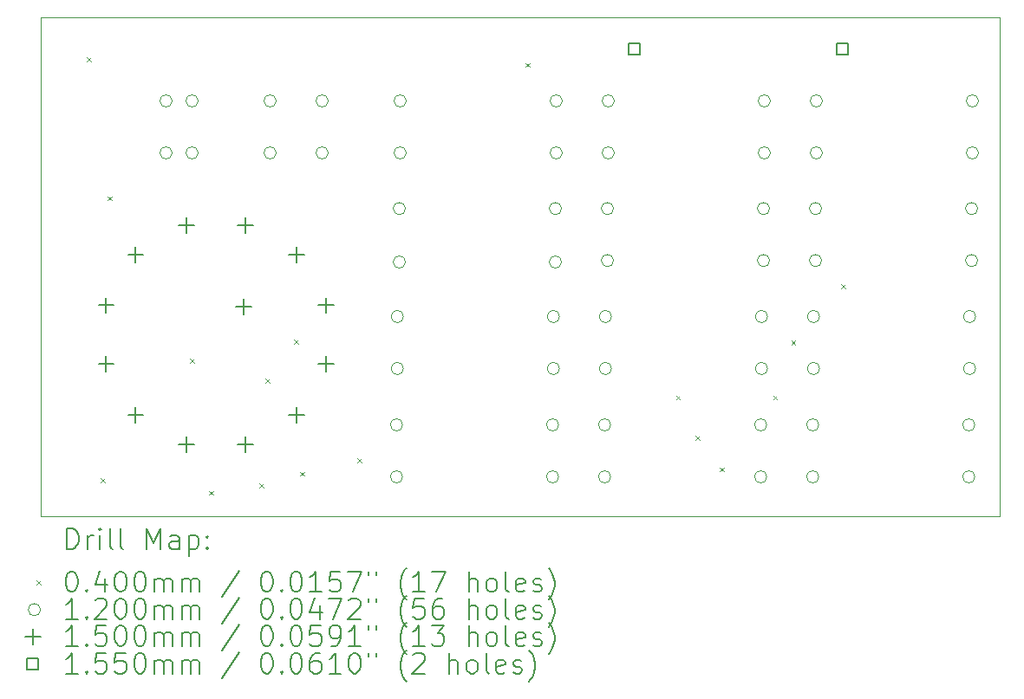
<source format=gbr>
%FSLAX45Y45*%
G04 Gerber Fmt 4.5, Leading zero omitted, Abs format (unit mm)*
G04 Created by KiCad (PCBNEW (6.0.5-0)) date 2022-06-18 11:46:54*
%MOMM*%
%LPD*%
G01*
G04 APERTURE LIST*
%TA.AperFunction,Profile*%
%ADD10C,0.100000*%
%TD*%
%ADD11C,0.200000*%
%ADD12C,0.040000*%
%ADD13C,0.120000*%
%ADD14C,0.150000*%
%ADD15C,0.155000*%
G04 APERTURE END LIST*
D10*
X1573859Y-1721605D02*
X10932936Y-1721605D01*
X10932936Y-1721605D02*
X10932936Y-6604602D01*
X10932936Y-6604602D02*
X1573859Y-6604602D01*
X1573859Y-6604602D02*
X1573859Y-1721605D01*
D11*
D12*
X2018464Y-2112177D02*
X2058464Y-2152177D01*
X2058464Y-2112177D02*
X2018464Y-2152177D01*
X2154500Y-6227284D02*
X2194500Y-6267284D01*
X2194500Y-6227284D02*
X2154500Y-6267284D01*
X2222519Y-3472543D02*
X2262519Y-3512543D01*
X2262519Y-3472543D02*
X2222519Y-3512543D01*
X3028000Y-5060000D02*
X3068000Y-5100000D01*
X3068000Y-5060000D02*
X3028000Y-5100000D01*
X3215625Y-6350861D02*
X3255625Y-6390861D01*
X3255625Y-6350861D02*
X3215625Y-6390861D01*
X3708535Y-6282401D02*
X3748535Y-6322401D01*
X3748535Y-6282401D02*
X3708535Y-6322401D01*
X3763302Y-5255507D02*
X3803302Y-5295507D01*
X3803302Y-5255507D02*
X3763302Y-5295507D01*
X4044000Y-4873363D02*
X4084000Y-4913363D01*
X4084000Y-4873363D02*
X4044000Y-4913363D01*
X4105600Y-6166020D02*
X4145600Y-6206020D01*
X4145600Y-6166020D02*
X4105600Y-6206020D01*
X4660124Y-6035946D02*
X4700124Y-6075946D01*
X4700124Y-6035946D02*
X4660124Y-6075946D01*
X6305944Y-2169172D02*
X6345944Y-2209172D01*
X6345944Y-2169172D02*
X6305944Y-2209172D01*
X7773869Y-5420648D02*
X7813869Y-5460648D01*
X7813869Y-5420648D02*
X7773869Y-5460648D01*
X7961816Y-5813012D02*
X8001816Y-5853012D01*
X8001816Y-5813012D02*
X7961816Y-5853012D01*
X8204370Y-6122388D02*
X8244370Y-6162388D01*
X8244370Y-6122388D02*
X8204370Y-6162388D01*
X8722648Y-5420648D02*
X8762648Y-5460648D01*
X8762648Y-5420648D02*
X8722648Y-5460648D01*
X8900165Y-4883737D02*
X8940165Y-4923737D01*
X8940165Y-4883737D02*
X8900165Y-4923737D01*
X9388947Y-4331003D02*
X9428947Y-4371003D01*
X9428947Y-4331003D02*
X9388947Y-4371003D01*
D13*
X2854000Y-2540000D02*
G75*
G03*
X2854000Y-2540000I-60000J0D01*
G01*
X2854000Y-3048000D02*
G75*
G03*
X2854000Y-3048000I-60000J0D01*
G01*
X3108000Y-2540000D02*
G75*
G03*
X3108000Y-2540000I-60000J0D01*
G01*
X3108000Y-3048000D02*
G75*
G03*
X3108000Y-3048000I-60000J0D01*
G01*
X3870000Y-2540000D02*
G75*
G03*
X3870000Y-2540000I-60000J0D01*
G01*
X3870000Y-3048000D02*
G75*
G03*
X3870000Y-3048000I-60000J0D01*
G01*
X4378000Y-2540000D02*
G75*
G03*
X4378000Y-2540000I-60000J0D01*
G01*
X4378000Y-3048000D02*
G75*
G03*
X4378000Y-3048000I-60000J0D01*
G01*
X5104616Y-5706992D02*
G75*
G03*
X5104616Y-5706992I-60000J0D01*
G01*
X5104616Y-6214992D02*
G75*
G03*
X5104616Y-6214992I-60000J0D01*
G01*
X5112537Y-4648458D02*
G75*
G03*
X5112537Y-4648458I-60000J0D01*
G01*
X5112537Y-5156458D02*
G75*
G03*
X5112537Y-5156458I-60000J0D01*
G01*
X5132513Y-3592721D02*
G75*
G03*
X5132513Y-3592721I-60000J0D01*
G01*
X5132513Y-4114721D02*
G75*
G03*
X5132513Y-4114721I-60000J0D01*
G01*
X5140000Y-2540000D02*
G75*
G03*
X5140000Y-2540000I-60000J0D01*
G01*
X5140000Y-3048000D02*
G75*
G03*
X5140000Y-3048000I-60000J0D01*
G01*
X6628616Y-5706992D02*
G75*
G03*
X6628616Y-5706992I-60000J0D01*
G01*
X6628616Y-6214992D02*
G75*
G03*
X6628616Y-6214992I-60000J0D01*
G01*
X6636537Y-4648458D02*
G75*
G03*
X6636537Y-4648458I-60000J0D01*
G01*
X6636537Y-5156458D02*
G75*
G03*
X6636537Y-5156458I-60000J0D01*
G01*
X6656513Y-3592721D02*
G75*
G03*
X6656513Y-3592721I-60000J0D01*
G01*
X6656513Y-4114721D02*
G75*
G03*
X6656513Y-4114721I-60000J0D01*
G01*
X6664000Y-2540000D02*
G75*
G03*
X6664000Y-2540000I-60000J0D01*
G01*
X6664000Y-3048000D02*
G75*
G03*
X6664000Y-3048000I-60000J0D01*
G01*
X7136616Y-5706992D02*
G75*
G03*
X7136616Y-5706992I-60000J0D01*
G01*
X7136616Y-6214992D02*
G75*
G03*
X7136616Y-6214992I-60000J0D01*
G01*
X7144537Y-4648458D02*
G75*
G03*
X7144537Y-4648458I-60000J0D01*
G01*
X7144537Y-5156458D02*
G75*
G03*
X7144537Y-5156458I-60000J0D01*
G01*
X7164513Y-3592721D02*
G75*
G03*
X7164513Y-3592721I-60000J0D01*
G01*
X7164513Y-4100721D02*
G75*
G03*
X7164513Y-4100721I-60000J0D01*
G01*
X7172000Y-2540000D02*
G75*
G03*
X7172000Y-2540000I-60000J0D01*
G01*
X7172000Y-3048000D02*
G75*
G03*
X7172000Y-3048000I-60000J0D01*
G01*
X8660616Y-5706992D02*
G75*
G03*
X8660616Y-5706992I-60000J0D01*
G01*
X8660616Y-6214992D02*
G75*
G03*
X8660616Y-6214992I-60000J0D01*
G01*
X8668537Y-4648458D02*
G75*
G03*
X8668537Y-4648458I-60000J0D01*
G01*
X8668537Y-5156458D02*
G75*
G03*
X8668537Y-5156458I-60000J0D01*
G01*
X8688513Y-3592721D02*
G75*
G03*
X8688513Y-3592721I-60000J0D01*
G01*
X8688513Y-4100721D02*
G75*
G03*
X8688513Y-4100721I-60000J0D01*
G01*
X8696000Y-2540000D02*
G75*
G03*
X8696000Y-2540000I-60000J0D01*
G01*
X8696000Y-3048000D02*
G75*
G03*
X8696000Y-3048000I-60000J0D01*
G01*
X9168616Y-5706992D02*
G75*
G03*
X9168616Y-5706992I-60000J0D01*
G01*
X9168616Y-6214992D02*
G75*
G03*
X9168616Y-6214992I-60000J0D01*
G01*
X9176537Y-4648458D02*
G75*
G03*
X9176537Y-4648458I-60000J0D01*
G01*
X9176537Y-5156458D02*
G75*
G03*
X9176537Y-5156458I-60000J0D01*
G01*
X9196513Y-3592721D02*
G75*
G03*
X9196513Y-3592721I-60000J0D01*
G01*
X9196513Y-4100721D02*
G75*
G03*
X9196513Y-4100721I-60000J0D01*
G01*
X9204000Y-2540000D02*
G75*
G03*
X9204000Y-2540000I-60000J0D01*
G01*
X9204000Y-3048000D02*
G75*
G03*
X9204000Y-3048000I-60000J0D01*
G01*
X10692616Y-5706992D02*
G75*
G03*
X10692616Y-5706992I-60000J0D01*
G01*
X10692616Y-6214992D02*
G75*
G03*
X10692616Y-6214992I-60000J0D01*
G01*
X10700537Y-4648458D02*
G75*
G03*
X10700537Y-4648458I-60000J0D01*
G01*
X10700537Y-5156458D02*
G75*
G03*
X10700537Y-5156458I-60000J0D01*
G01*
X10720513Y-3592721D02*
G75*
G03*
X10720513Y-3592721I-60000J0D01*
G01*
X10720513Y-4100721D02*
G75*
G03*
X10720513Y-4100721I-60000J0D01*
G01*
X10728000Y-2540000D02*
G75*
G03*
X10728000Y-2540000I-60000J0D01*
G01*
X10728000Y-3048000D02*
G75*
G03*
X10728000Y-3048000I-60000J0D01*
G01*
D14*
X2209846Y-4463711D02*
X2209846Y-4613711D01*
X2134846Y-4538711D02*
X2284846Y-4538711D01*
X2209846Y-5038289D02*
X2209846Y-5188289D01*
X2134846Y-5113289D02*
X2284846Y-5113289D01*
X2497135Y-3966111D02*
X2497135Y-4116111D01*
X2422135Y-4041111D02*
X2572135Y-4041111D01*
X2497135Y-5535889D02*
X2497135Y-5685888D01*
X2422135Y-5610888D02*
X2572135Y-5610888D01*
X2994735Y-3678822D02*
X2994735Y-3828822D01*
X2919735Y-3753822D02*
X3069735Y-3753822D01*
X2994735Y-5823178D02*
X2994735Y-5973178D01*
X2919735Y-5898178D02*
X3069735Y-5898178D01*
X3554260Y-4478764D02*
X3554260Y-4628764D01*
X3479260Y-4553764D02*
X3629260Y-4553764D01*
X3569313Y-3678822D02*
X3569313Y-3828822D01*
X3494313Y-3753822D02*
X3644313Y-3753822D01*
X3569313Y-5823178D02*
X3569313Y-5973178D01*
X3494313Y-5898178D02*
X3644313Y-5898178D01*
X4066912Y-3966111D02*
X4066912Y-4116111D01*
X3991912Y-4041111D02*
X4141912Y-4041111D01*
X4066912Y-5535889D02*
X4066912Y-5685888D01*
X3991912Y-5610888D02*
X4141912Y-5610888D01*
X4354202Y-4463711D02*
X4354202Y-4613711D01*
X4279202Y-4538711D02*
X4429202Y-4538711D01*
X4354202Y-5038289D02*
X4354202Y-5188289D01*
X4279202Y-5113289D02*
X4429202Y-5113289D01*
D15*
X7420801Y-2086801D02*
X7420801Y-1977199D01*
X7311199Y-1977199D01*
X7311199Y-2086801D01*
X7420801Y-2086801D01*
X9452801Y-2086801D02*
X9452801Y-1977199D01*
X9343199Y-1977199D01*
X9343199Y-2086801D01*
X9452801Y-2086801D01*
D11*
X1826478Y-6920078D02*
X1826478Y-6720078D01*
X1874097Y-6720078D01*
X1902668Y-6729602D01*
X1921716Y-6748649D01*
X1931240Y-6767697D01*
X1940763Y-6805792D01*
X1940763Y-6834364D01*
X1931240Y-6872459D01*
X1921716Y-6891506D01*
X1902668Y-6910554D01*
X1874097Y-6920078D01*
X1826478Y-6920078D01*
X2026478Y-6920078D02*
X2026478Y-6786744D01*
X2026478Y-6824840D02*
X2036002Y-6805792D01*
X2045525Y-6796268D01*
X2064573Y-6786744D01*
X2083621Y-6786744D01*
X2150287Y-6920078D02*
X2150287Y-6786744D01*
X2150287Y-6720078D02*
X2140764Y-6729602D01*
X2150287Y-6739125D01*
X2159811Y-6729602D01*
X2150287Y-6720078D01*
X2150287Y-6739125D01*
X2274097Y-6920078D02*
X2255049Y-6910554D01*
X2245525Y-6891506D01*
X2245525Y-6720078D01*
X2378859Y-6920078D02*
X2359811Y-6910554D01*
X2350287Y-6891506D01*
X2350287Y-6720078D01*
X2607430Y-6920078D02*
X2607430Y-6720078D01*
X2674097Y-6862935D01*
X2740764Y-6720078D01*
X2740764Y-6920078D01*
X2921716Y-6920078D02*
X2921716Y-6815316D01*
X2912192Y-6796268D01*
X2893144Y-6786744D01*
X2855049Y-6786744D01*
X2836002Y-6796268D01*
X2921716Y-6910554D02*
X2902668Y-6920078D01*
X2855049Y-6920078D01*
X2836002Y-6910554D01*
X2826478Y-6891506D01*
X2826478Y-6872459D01*
X2836002Y-6853411D01*
X2855049Y-6843887D01*
X2902668Y-6843887D01*
X2921716Y-6834364D01*
X3016954Y-6786744D02*
X3016954Y-6986744D01*
X3016954Y-6796268D02*
X3036002Y-6786744D01*
X3074097Y-6786744D01*
X3093144Y-6796268D01*
X3102668Y-6805792D01*
X3112192Y-6824840D01*
X3112192Y-6881983D01*
X3102668Y-6901030D01*
X3093144Y-6910554D01*
X3074097Y-6920078D01*
X3036002Y-6920078D01*
X3016954Y-6910554D01*
X3197906Y-6901030D02*
X3207430Y-6910554D01*
X3197906Y-6920078D01*
X3188383Y-6910554D01*
X3197906Y-6901030D01*
X3197906Y-6920078D01*
X3197906Y-6796268D02*
X3207430Y-6805792D01*
X3197906Y-6815316D01*
X3188383Y-6805792D01*
X3197906Y-6796268D01*
X3197906Y-6815316D01*
D12*
X1528859Y-7229602D02*
X1568859Y-7269602D01*
X1568859Y-7229602D02*
X1528859Y-7269602D01*
D11*
X1864573Y-7140078D02*
X1883621Y-7140078D01*
X1902668Y-7149602D01*
X1912192Y-7159125D01*
X1921716Y-7178173D01*
X1931240Y-7216268D01*
X1931240Y-7263887D01*
X1921716Y-7301983D01*
X1912192Y-7321030D01*
X1902668Y-7330554D01*
X1883621Y-7340078D01*
X1864573Y-7340078D01*
X1845525Y-7330554D01*
X1836002Y-7321030D01*
X1826478Y-7301983D01*
X1816954Y-7263887D01*
X1816954Y-7216268D01*
X1826478Y-7178173D01*
X1836002Y-7159125D01*
X1845525Y-7149602D01*
X1864573Y-7140078D01*
X2016954Y-7321030D02*
X2026478Y-7330554D01*
X2016954Y-7340078D01*
X2007430Y-7330554D01*
X2016954Y-7321030D01*
X2016954Y-7340078D01*
X2197906Y-7206744D02*
X2197906Y-7340078D01*
X2150287Y-7130554D02*
X2102668Y-7273411D01*
X2226478Y-7273411D01*
X2340764Y-7140078D02*
X2359811Y-7140078D01*
X2378859Y-7149602D01*
X2388383Y-7159125D01*
X2397906Y-7178173D01*
X2407430Y-7216268D01*
X2407430Y-7263887D01*
X2397906Y-7301983D01*
X2388383Y-7321030D01*
X2378859Y-7330554D01*
X2359811Y-7340078D01*
X2340764Y-7340078D01*
X2321716Y-7330554D01*
X2312192Y-7321030D01*
X2302668Y-7301983D01*
X2293145Y-7263887D01*
X2293145Y-7216268D01*
X2302668Y-7178173D01*
X2312192Y-7159125D01*
X2321716Y-7149602D01*
X2340764Y-7140078D01*
X2531240Y-7140078D02*
X2550287Y-7140078D01*
X2569335Y-7149602D01*
X2578859Y-7159125D01*
X2588383Y-7178173D01*
X2597906Y-7216268D01*
X2597906Y-7263887D01*
X2588383Y-7301983D01*
X2578859Y-7321030D01*
X2569335Y-7330554D01*
X2550287Y-7340078D01*
X2531240Y-7340078D01*
X2512192Y-7330554D01*
X2502668Y-7321030D01*
X2493145Y-7301983D01*
X2483621Y-7263887D01*
X2483621Y-7216268D01*
X2493145Y-7178173D01*
X2502668Y-7159125D01*
X2512192Y-7149602D01*
X2531240Y-7140078D01*
X2683621Y-7340078D02*
X2683621Y-7206744D01*
X2683621Y-7225792D02*
X2693145Y-7216268D01*
X2712192Y-7206744D01*
X2740764Y-7206744D01*
X2759811Y-7216268D01*
X2769335Y-7235316D01*
X2769335Y-7340078D01*
X2769335Y-7235316D02*
X2778859Y-7216268D01*
X2797906Y-7206744D01*
X2826478Y-7206744D01*
X2845525Y-7216268D01*
X2855049Y-7235316D01*
X2855049Y-7340078D01*
X2950287Y-7340078D02*
X2950287Y-7206744D01*
X2950287Y-7225792D02*
X2959811Y-7216268D01*
X2978859Y-7206744D01*
X3007430Y-7206744D01*
X3026478Y-7216268D01*
X3036002Y-7235316D01*
X3036002Y-7340078D01*
X3036002Y-7235316D02*
X3045525Y-7216268D01*
X3064573Y-7206744D01*
X3093144Y-7206744D01*
X3112192Y-7216268D01*
X3121716Y-7235316D01*
X3121716Y-7340078D01*
X3512192Y-7130554D02*
X3340763Y-7387697D01*
X3769335Y-7140078D02*
X3788383Y-7140078D01*
X3807430Y-7149602D01*
X3816954Y-7159125D01*
X3826478Y-7178173D01*
X3836002Y-7216268D01*
X3836002Y-7263887D01*
X3826478Y-7301983D01*
X3816954Y-7321030D01*
X3807430Y-7330554D01*
X3788383Y-7340078D01*
X3769335Y-7340078D01*
X3750287Y-7330554D01*
X3740763Y-7321030D01*
X3731240Y-7301983D01*
X3721716Y-7263887D01*
X3721716Y-7216268D01*
X3731240Y-7178173D01*
X3740763Y-7159125D01*
X3750287Y-7149602D01*
X3769335Y-7140078D01*
X3921716Y-7321030D02*
X3931240Y-7330554D01*
X3921716Y-7340078D01*
X3912192Y-7330554D01*
X3921716Y-7321030D01*
X3921716Y-7340078D01*
X4055049Y-7140078D02*
X4074097Y-7140078D01*
X4093144Y-7149602D01*
X4102668Y-7159125D01*
X4112192Y-7178173D01*
X4121716Y-7216268D01*
X4121716Y-7263887D01*
X4112192Y-7301983D01*
X4102668Y-7321030D01*
X4093144Y-7330554D01*
X4074097Y-7340078D01*
X4055049Y-7340078D01*
X4036002Y-7330554D01*
X4026478Y-7321030D01*
X4016954Y-7301983D01*
X4007430Y-7263887D01*
X4007430Y-7216268D01*
X4016954Y-7178173D01*
X4026478Y-7159125D01*
X4036002Y-7149602D01*
X4055049Y-7140078D01*
X4312192Y-7340078D02*
X4197906Y-7340078D01*
X4255049Y-7340078D02*
X4255049Y-7140078D01*
X4236002Y-7168649D01*
X4216954Y-7187697D01*
X4197906Y-7197221D01*
X4493145Y-7140078D02*
X4397906Y-7140078D01*
X4388383Y-7235316D01*
X4397906Y-7225792D01*
X4416954Y-7216268D01*
X4464573Y-7216268D01*
X4483621Y-7225792D01*
X4493145Y-7235316D01*
X4502668Y-7254364D01*
X4502668Y-7301983D01*
X4493145Y-7321030D01*
X4483621Y-7330554D01*
X4464573Y-7340078D01*
X4416954Y-7340078D01*
X4397906Y-7330554D01*
X4388383Y-7321030D01*
X4569335Y-7140078D02*
X4702668Y-7140078D01*
X4616954Y-7340078D01*
X4769335Y-7140078D02*
X4769335Y-7178173D01*
X4845525Y-7140078D02*
X4845525Y-7178173D01*
X5140764Y-7416268D02*
X5131240Y-7406744D01*
X5112192Y-7378173D01*
X5102668Y-7359125D01*
X5093145Y-7330554D01*
X5083621Y-7282935D01*
X5083621Y-7244840D01*
X5093145Y-7197221D01*
X5102668Y-7168649D01*
X5112192Y-7149602D01*
X5131240Y-7121030D01*
X5140764Y-7111506D01*
X5321716Y-7340078D02*
X5207430Y-7340078D01*
X5264573Y-7340078D02*
X5264573Y-7140078D01*
X5245525Y-7168649D01*
X5226478Y-7187697D01*
X5207430Y-7197221D01*
X5388383Y-7140078D02*
X5521716Y-7140078D01*
X5436002Y-7340078D01*
X5750287Y-7340078D02*
X5750287Y-7140078D01*
X5836002Y-7340078D02*
X5836002Y-7235316D01*
X5826478Y-7216268D01*
X5807430Y-7206744D01*
X5778859Y-7206744D01*
X5759811Y-7216268D01*
X5750287Y-7225792D01*
X5959811Y-7340078D02*
X5940763Y-7330554D01*
X5931240Y-7321030D01*
X5921716Y-7301983D01*
X5921716Y-7244840D01*
X5931240Y-7225792D01*
X5940763Y-7216268D01*
X5959811Y-7206744D01*
X5988383Y-7206744D01*
X6007430Y-7216268D01*
X6016954Y-7225792D01*
X6026478Y-7244840D01*
X6026478Y-7301983D01*
X6016954Y-7321030D01*
X6007430Y-7330554D01*
X5988383Y-7340078D01*
X5959811Y-7340078D01*
X6140763Y-7340078D02*
X6121716Y-7330554D01*
X6112192Y-7311506D01*
X6112192Y-7140078D01*
X6293144Y-7330554D02*
X6274097Y-7340078D01*
X6236002Y-7340078D01*
X6216954Y-7330554D01*
X6207430Y-7311506D01*
X6207430Y-7235316D01*
X6216954Y-7216268D01*
X6236002Y-7206744D01*
X6274097Y-7206744D01*
X6293144Y-7216268D01*
X6302668Y-7235316D01*
X6302668Y-7254364D01*
X6207430Y-7273411D01*
X6378859Y-7330554D02*
X6397906Y-7340078D01*
X6436002Y-7340078D01*
X6455049Y-7330554D01*
X6464573Y-7311506D01*
X6464573Y-7301983D01*
X6455049Y-7282935D01*
X6436002Y-7273411D01*
X6407430Y-7273411D01*
X6388383Y-7263887D01*
X6378859Y-7244840D01*
X6378859Y-7235316D01*
X6388383Y-7216268D01*
X6407430Y-7206744D01*
X6436002Y-7206744D01*
X6455049Y-7216268D01*
X6531240Y-7416268D02*
X6540763Y-7406744D01*
X6559811Y-7378173D01*
X6569335Y-7359125D01*
X6578859Y-7330554D01*
X6588383Y-7282935D01*
X6588383Y-7244840D01*
X6578859Y-7197221D01*
X6569335Y-7168649D01*
X6559811Y-7149602D01*
X6540763Y-7121030D01*
X6531240Y-7111506D01*
D13*
X1568859Y-7513602D02*
G75*
G03*
X1568859Y-7513602I-60000J0D01*
G01*
D11*
X1931240Y-7604078D02*
X1816954Y-7604078D01*
X1874097Y-7604078D02*
X1874097Y-7404078D01*
X1855049Y-7432649D01*
X1836002Y-7451697D01*
X1816954Y-7461221D01*
X2016954Y-7585030D02*
X2026478Y-7594554D01*
X2016954Y-7604078D01*
X2007430Y-7594554D01*
X2016954Y-7585030D01*
X2016954Y-7604078D01*
X2102668Y-7423125D02*
X2112192Y-7413602D01*
X2131240Y-7404078D01*
X2178859Y-7404078D01*
X2197906Y-7413602D01*
X2207430Y-7423125D01*
X2216954Y-7442173D01*
X2216954Y-7461221D01*
X2207430Y-7489792D01*
X2093144Y-7604078D01*
X2216954Y-7604078D01*
X2340764Y-7404078D02*
X2359811Y-7404078D01*
X2378859Y-7413602D01*
X2388383Y-7423125D01*
X2397906Y-7442173D01*
X2407430Y-7480268D01*
X2407430Y-7527887D01*
X2397906Y-7565983D01*
X2388383Y-7585030D01*
X2378859Y-7594554D01*
X2359811Y-7604078D01*
X2340764Y-7604078D01*
X2321716Y-7594554D01*
X2312192Y-7585030D01*
X2302668Y-7565983D01*
X2293145Y-7527887D01*
X2293145Y-7480268D01*
X2302668Y-7442173D01*
X2312192Y-7423125D01*
X2321716Y-7413602D01*
X2340764Y-7404078D01*
X2531240Y-7404078D02*
X2550287Y-7404078D01*
X2569335Y-7413602D01*
X2578859Y-7423125D01*
X2588383Y-7442173D01*
X2597906Y-7480268D01*
X2597906Y-7527887D01*
X2588383Y-7565983D01*
X2578859Y-7585030D01*
X2569335Y-7594554D01*
X2550287Y-7604078D01*
X2531240Y-7604078D01*
X2512192Y-7594554D01*
X2502668Y-7585030D01*
X2493145Y-7565983D01*
X2483621Y-7527887D01*
X2483621Y-7480268D01*
X2493145Y-7442173D01*
X2502668Y-7423125D01*
X2512192Y-7413602D01*
X2531240Y-7404078D01*
X2683621Y-7604078D02*
X2683621Y-7470744D01*
X2683621Y-7489792D02*
X2693145Y-7480268D01*
X2712192Y-7470744D01*
X2740764Y-7470744D01*
X2759811Y-7480268D01*
X2769335Y-7499316D01*
X2769335Y-7604078D01*
X2769335Y-7499316D02*
X2778859Y-7480268D01*
X2797906Y-7470744D01*
X2826478Y-7470744D01*
X2845525Y-7480268D01*
X2855049Y-7499316D01*
X2855049Y-7604078D01*
X2950287Y-7604078D02*
X2950287Y-7470744D01*
X2950287Y-7489792D02*
X2959811Y-7480268D01*
X2978859Y-7470744D01*
X3007430Y-7470744D01*
X3026478Y-7480268D01*
X3036002Y-7499316D01*
X3036002Y-7604078D01*
X3036002Y-7499316D02*
X3045525Y-7480268D01*
X3064573Y-7470744D01*
X3093144Y-7470744D01*
X3112192Y-7480268D01*
X3121716Y-7499316D01*
X3121716Y-7604078D01*
X3512192Y-7394554D02*
X3340763Y-7651697D01*
X3769335Y-7404078D02*
X3788383Y-7404078D01*
X3807430Y-7413602D01*
X3816954Y-7423125D01*
X3826478Y-7442173D01*
X3836002Y-7480268D01*
X3836002Y-7527887D01*
X3826478Y-7565983D01*
X3816954Y-7585030D01*
X3807430Y-7594554D01*
X3788383Y-7604078D01*
X3769335Y-7604078D01*
X3750287Y-7594554D01*
X3740763Y-7585030D01*
X3731240Y-7565983D01*
X3721716Y-7527887D01*
X3721716Y-7480268D01*
X3731240Y-7442173D01*
X3740763Y-7423125D01*
X3750287Y-7413602D01*
X3769335Y-7404078D01*
X3921716Y-7585030D02*
X3931240Y-7594554D01*
X3921716Y-7604078D01*
X3912192Y-7594554D01*
X3921716Y-7585030D01*
X3921716Y-7604078D01*
X4055049Y-7404078D02*
X4074097Y-7404078D01*
X4093144Y-7413602D01*
X4102668Y-7423125D01*
X4112192Y-7442173D01*
X4121716Y-7480268D01*
X4121716Y-7527887D01*
X4112192Y-7565983D01*
X4102668Y-7585030D01*
X4093144Y-7594554D01*
X4074097Y-7604078D01*
X4055049Y-7604078D01*
X4036002Y-7594554D01*
X4026478Y-7585030D01*
X4016954Y-7565983D01*
X4007430Y-7527887D01*
X4007430Y-7480268D01*
X4016954Y-7442173D01*
X4026478Y-7423125D01*
X4036002Y-7413602D01*
X4055049Y-7404078D01*
X4293145Y-7470744D02*
X4293145Y-7604078D01*
X4245525Y-7394554D02*
X4197906Y-7537411D01*
X4321716Y-7537411D01*
X4378859Y-7404078D02*
X4512192Y-7404078D01*
X4426478Y-7604078D01*
X4578859Y-7423125D02*
X4588383Y-7413602D01*
X4607430Y-7404078D01*
X4655049Y-7404078D01*
X4674097Y-7413602D01*
X4683621Y-7423125D01*
X4693145Y-7442173D01*
X4693145Y-7461221D01*
X4683621Y-7489792D01*
X4569335Y-7604078D01*
X4693145Y-7604078D01*
X4769335Y-7404078D02*
X4769335Y-7442173D01*
X4845525Y-7404078D02*
X4845525Y-7442173D01*
X5140764Y-7680268D02*
X5131240Y-7670744D01*
X5112192Y-7642173D01*
X5102668Y-7623125D01*
X5093145Y-7594554D01*
X5083621Y-7546935D01*
X5083621Y-7508840D01*
X5093145Y-7461221D01*
X5102668Y-7432649D01*
X5112192Y-7413602D01*
X5131240Y-7385030D01*
X5140764Y-7375506D01*
X5312192Y-7404078D02*
X5216954Y-7404078D01*
X5207430Y-7499316D01*
X5216954Y-7489792D01*
X5236002Y-7480268D01*
X5283621Y-7480268D01*
X5302668Y-7489792D01*
X5312192Y-7499316D01*
X5321716Y-7518364D01*
X5321716Y-7565983D01*
X5312192Y-7585030D01*
X5302668Y-7594554D01*
X5283621Y-7604078D01*
X5236002Y-7604078D01*
X5216954Y-7594554D01*
X5207430Y-7585030D01*
X5493145Y-7404078D02*
X5455049Y-7404078D01*
X5436002Y-7413602D01*
X5426478Y-7423125D01*
X5407430Y-7451697D01*
X5397906Y-7489792D01*
X5397906Y-7565983D01*
X5407430Y-7585030D01*
X5416954Y-7594554D01*
X5436002Y-7604078D01*
X5474097Y-7604078D01*
X5493145Y-7594554D01*
X5502668Y-7585030D01*
X5512192Y-7565983D01*
X5512192Y-7518364D01*
X5502668Y-7499316D01*
X5493145Y-7489792D01*
X5474097Y-7480268D01*
X5436002Y-7480268D01*
X5416954Y-7489792D01*
X5407430Y-7499316D01*
X5397906Y-7518364D01*
X5750287Y-7604078D02*
X5750287Y-7404078D01*
X5836002Y-7604078D02*
X5836002Y-7499316D01*
X5826478Y-7480268D01*
X5807430Y-7470744D01*
X5778859Y-7470744D01*
X5759811Y-7480268D01*
X5750287Y-7489792D01*
X5959811Y-7604078D02*
X5940763Y-7594554D01*
X5931240Y-7585030D01*
X5921716Y-7565983D01*
X5921716Y-7508840D01*
X5931240Y-7489792D01*
X5940763Y-7480268D01*
X5959811Y-7470744D01*
X5988383Y-7470744D01*
X6007430Y-7480268D01*
X6016954Y-7489792D01*
X6026478Y-7508840D01*
X6026478Y-7565983D01*
X6016954Y-7585030D01*
X6007430Y-7594554D01*
X5988383Y-7604078D01*
X5959811Y-7604078D01*
X6140763Y-7604078D02*
X6121716Y-7594554D01*
X6112192Y-7575506D01*
X6112192Y-7404078D01*
X6293144Y-7594554D02*
X6274097Y-7604078D01*
X6236002Y-7604078D01*
X6216954Y-7594554D01*
X6207430Y-7575506D01*
X6207430Y-7499316D01*
X6216954Y-7480268D01*
X6236002Y-7470744D01*
X6274097Y-7470744D01*
X6293144Y-7480268D01*
X6302668Y-7499316D01*
X6302668Y-7518364D01*
X6207430Y-7537411D01*
X6378859Y-7594554D02*
X6397906Y-7604078D01*
X6436002Y-7604078D01*
X6455049Y-7594554D01*
X6464573Y-7575506D01*
X6464573Y-7565983D01*
X6455049Y-7546935D01*
X6436002Y-7537411D01*
X6407430Y-7537411D01*
X6388383Y-7527887D01*
X6378859Y-7508840D01*
X6378859Y-7499316D01*
X6388383Y-7480268D01*
X6407430Y-7470744D01*
X6436002Y-7470744D01*
X6455049Y-7480268D01*
X6531240Y-7680268D02*
X6540763Y-7670744D01*
X6559811Y-7642173D01*
X6569335Y-7623125D01*
X6578859Y-7594554D01*
X6588383Y-7546935D01*
X6588383Y-7508840D01*
X6578859Y-7461221D01*
X6569335Y-7432649D01*
X6559811Y-7413602D01*
X6540763Y-7385030D01*
X6531240Y-7375506D01*
D14*
X1493859Y-7702602D02*
X1493859Y-7852602D01*
X1418859Y-7777602D02*
X1568859Y-7777602D01*
D11*
X1931240Y-7868078D02*
X1816954Y-7868078D01*
X1874097Y-7868078D02*
X1874097Y-7668078D01*
X1855049Y-7696649D01*
X1836002Y-7715697D01*
X1816954Y-7725221D01*
X2016954Y-7849030D02*
X2026478Y-7858554D01*
X2016954Y-7868078D01*
X2007430Y-7858554D01*
X2016954Y-7849030D01*
X2016954Y-7868078D01*
X2207430Y-7668078D02*
X2112192Y-7668078D01*
X2102668Y-7763316D01*
X2112192Y-7753792D01*
X2131240Y-7744268D01*
X2178859Y-7744268D01*
X2197906Y-7753792D01*
X2207430Y-7763316D01*
X2216954Y-7782364D01*
X2216954Y-7829983D01*
X2207430Y-7849030D01*
X2197906Y-7858554D01*
X2178859Y-7868078D01*
X2131240Y-7868078D01*
X2112192Y-7858554D01*
X2102668Y-7849030D01*
X2340764Y-7668078D02*
X2359811Y-7668078D01*
X2378859Y-7677602D01*
X2388383Y-7687125D01*
X2397906Y-7706173D01*
X2407430Y-7744268D01*
X2407430Y-7791887D01*
X2397906Y-7829983D01*
X2388383Y-7849030D01*
X2378859Y-7858554D01*
X2359811Y-7868078D01*
X2340764Y-7868078D01*
X2321716Y-7858554D01*
X2312192Y-7849030D01*
X2302668Y-7829983D01*
X2293145Y-7791887D01*
X2293145Y-7744268D01*
X2302668Y-7706173D01*
X2312192Y-7687125D01*
X2321716Y-7677602D01*
X2340764Y-7668078D01*
X2531240Y-7668078D02*
X2550287Y-7668078D01*
X2569335Y-7677602D01*
X2578859Y-7687125D01*
X2588383Y-7706173D01*
X2597906Y-7744268D01*
X2597906Y-7791887D01*
X2588383Y-7829983D01*
X2578859Y-7849030D01*
X2569335Y-7858554D01*
X2550287Y-7868078D01*
X2531240Y-7868078D01*
X2512192Y-7858554D01*
X2502668Y-7849030D01*
X2493145Y-7829983D01*
X2483621Y-7791887D01*
X2483621Y-7744268D01*
X2493145Y-7706173D01*
X2502668Y-7687125D01*
X2512192Y-7677602D01*
X2531240Y-7668078D01*
X2683621Y-7868078D02*
X2683621Y-7734744D01*
X2683621Y-7753792D02*
X2693145Y-7744268D01*
X2712192Y-7734744D01*
X2740764Y-7734744D01*
X2759811Y-7744268D01*
X2769335Y-7763316D01*
X2769335Y-7868078D01*
X2769335Y-7763316D02*
X2778859Y-7744268D01*
X2797906Y-7734744D01*
X2826478Y-7734744D01*
X2845525Y-7744268D01*
X2855049Y-7763316D01*
X2855049Y-7868078D01*
X2950287Y-7868078D02*
X2950287Y-7734744D01*
X2950287Y-7753792D02*
X2959811Y-7744268D01*
X2978859Y-7734744D01*
X3007430Y-7734744D01*
X3026478Y-7744268D01*
X3036002Y-7763316D01*
X3036002Y-7868078D01*
X3036002Y-7763316D02*
X3045525Y-7744268D01*
X3064573Y-7734744D01*
X3093144Y-7734744D01*
X3112192Y-7744268D01*
X3121716Y-7763316D01*
X3121716Y-7868078D01*
X3512192Y-7658554D02*
X3340763Y-7915697D01*
X3769335Y-7668078D02*
X3788383Y-7668078D01*
X3807430Y-7677602D01*
X3816954Y-7687125D01*
X3826478Y-7706173D01*
X3836002Y-7744268D01*
X3836002Y-7791887D01*
X3826478Y-7829983D01*
X3816954Y-7849030D01*
X3807430Y-7858554D01*
X3788383Y-7868078D01*
X3769335Y-7868078D01*
X3750287Y-7858554D01*
X3740763Y-7849030D01*
X3731240Y-7829983D01*
X3721716Y-7791887D01*
X3721716Y-7744268D01*
X3731240Y-7706173D01*
X3740763Y-7687125D01*
X3750287Y-7677602D01*
X3769335Y-7668078D01*
X3921716Y-7849030D02*
X3931240Y-7858554D01*
X3921716Y-7868078D01*
X3912192Y-7858554D01*
X3921716Y-7849030D01*
X3921716Y-7868078D01*
X4055049Y-7668078D02*
X4074097Y-7668078D01*
X4093144Y-7677602D01*
X4102668Y-7687125D01*
X4112192Y-7706173D01*
X4121716Y-7744268D01*
X4121716Y-7791887D01*
X4112192Y-7829983D01*
X4102668Y-7849030D01*
X4093144Y-7858554D01*
X4074097Y-7868078D01*
X4055049Y-7868078D01*
X4036002Y-7858554D01*
X4026478Y-7849030D01*
X4016954Y-7829983D01*
X4007430Y-7791887D01*
X4007430Y-7744268D01*
X4016954Y-7706173D01*
X4026478Y-7687125D01*
X4036002Y-7677602D01*
X4055049Y-7668078D01*
X4302668Y-7668078D02*
X4207430Y-7668078D01*
X4197906Y-7763316D01*
X4207430Y-7753792D01*
X4226478Y-7744268D01*
X4274097Y-7744268D01*
X4293145Y-7753792D01*
X4302668Y-7763316D01*
X4312192Y-7782364D01*
X4312192Y-7829983D01*
X4302668Y-7849030D01*
X4293145Y-7858554D01*
X4274097Y-7868078D01*
X4226478Y-7868078D01*
X4207430Y-7858554D01*
X4197906Y-7849030D01*
X4407430Y-7868078D02*
X4445525Y-7868078D01*
X4464573Y-7858554D01*
X4474097Y-7849030D01*
X4493145Y-7820459D01*
X4502668Y-7782364D01*
X4502668Y-7706173D01*
X4493145Y-7687125D01*
X4483621Y-7677602D01*
X4464573Y-7668078D01*
X4426478Y-7668078D01*
X4407430Y-7677602D01*
X4397906Y-7687125D01*
X4388383Y-7706173D01*
X4388383Y-7753792D01*
X4397906Y-7772840D01*
X4407430Y-7782364D01*
X4426478Y-7791887D01*
X4464573Y-7791887D01*
X4483621Y-7782364D01*
X4493145Y-7772840D01*
X4502668Y-7753792D01*
X4693145Y-7868078D02*
X4578859Y-7868078D01*
X4636002Y-7868078D02*
X4636002Y-7668078D01*
X4616954Y-7696649D01*
X4597906Y-7715697D01*
X4578859Y-7725221D01*
X4769335Y-7668078D02*
X4769335Y-7706173D01*
X4845525Y-7668078D02*
X4845525Y-7706173D01*
X5140764Y-7944268D02*
X5131240Y-7934744D01*
X5112192Y-7906173D01*
X5102668Y-7887125D01*
X5093145Y-7858554D01*
X5083621Y-7810935D01*
X5083621Y-7772840D01*
X5093145Y-7725221D01*
X5102668Y-7696649D01*
X5112192Y-7677602D01*
X5131240Y-7649030D01*
X5140764Y-7639506D01*
X5321716Y-7868078D02*
X5207430Y-7868078D01*
X5264573Y-7868078D02*
X5264573Y-7668078D01*
X5245525Y-7696649D01*
X5226478Y-7715697D01*
X5207430Y-7725221D01*
X5388383Y-7668078D02*
X5512192Y-7668078D01*
X5445525Y-7744268D01*
X5474097Y-7744268D01*
X5493145Y-7753792D01*
X5502668Y-7763316D01*
X5512192Y-7782364D01*
X5512192Y-7829983D01*
X5502668Y-7849030D01*
X5493145Y-7858554D01*
X5474097Y-7868078D01*
X5416954Y-7868078D01*
X5397906Y-7858554D01*
X5388383Y-7849030D01*
X5750287Y-7868078D02*
X5750287Y-7668078D01*
X5836002Y-7868078D02*
X5836002Y-7763316D01*
X5826478Y-7744268D01*
X5807430Y-7734744D01*
X5778859Y-7734744D01*
X5759811Y-7744268D01*
X5750287Y-7753792D01*
X5959811Y-7868078D02*
X5940763Y-7858554D01*
X5931240Y-7849030D01*
X5921716Y-7829983D01*
X5921716Y-7772840D01*
X5931240Y-7753792D01*
X5940763Y-7744268D01*
X5959811Y-7734744D01*
X5988383Y-7734744D01*
X6007430Y-7744268D01*
X6016954Y-7753792D01*
X6026478Y-7772840D01*
X6026478Y-7829983D01*
X6016954Y-7849030D01*
X6007430Y-7858554D01*
X5988383Y-7868078D01*
X5959811Y-7868078D01*
X6140763Y-7868078D02*
X6121716Y-7858554D01*
X6112192Y-7839506D01*
X6112192Y-7668078D01*
X6293144Y-7858554D02*
X6274097Y-7868078D01*
X6236002Y-7868078D01*
X6216954Y-7858554D01*
X6207430Y-7839506D01*
X6207430Y-7763316D01*
X6216954Y-7744268D01*
X6236002Y-7734744D01*
X6274097Y-7734744D01*
X6293144Y-7744268D01*
X6302668Y-7763316D01*
X6302668Y-7782364D01*
X6207430Y-7801411D01*
X6378859Y-7858554D02*
X6397906Y-7868078D01*
X6436002Y-7868078D01*
X6455049Y-7858554D01*
X6464573Y-7839506D01*
X6464573Y-7829983D01*
X6455049Y-7810935D01*
X6436002Y-7801411D01*
X6407430Y-7801411D01*
X6388383Y-7791887D01*
X6378859Y-7772840D01*
X6378859Y-7763316D01*
X6388383Y-7744268D01*
X6407430Y-7734744D01*
X6436002Y-7734744D01*
X6455049Y-7744268D01*
X6531240Y-7944268D02*
X6540763Y-7934744D01*
X6559811Y-7906173D01*
X6569335Y-7887125D01*
X6578859Y-7858554D01*
X6588383Y-7810935D01*
X6588383Y-7772840D01*
X6578859Y-7725221D01*
X6569335Y-7696649D01*
X6559811Y-7677602D01*
X6540763Y-7649030D01*
X6531240Y-7639506D01*
D15*
X1546160Y-8102403D02*
X1546160Y-7992800D01*
X1436557Y-7992800D01*
X1436557Y-8102403D01*
X1546160Y-8102403D01*
D11*
X1931240Y-8138078D02*
X1816954Y-8138078D01*
X1874097Y-8138078D02*
X1874097Y-7938078D01*
X1855049Y-7966649D01*
X1836002Y-7985697D01*
X1816954Y-7995221D01*
X2016954Y-8119030D02*
X2026478Y-8128554D01*
X2016954Y-8138078D01*
X2007430Y-8128554D01*
X2016954Y-8119030D01*
X2016954Y-8138078D01*
X2207430Y-7938078D02*
X2112192Y-7938078D01*
X2102668Y-8033316D01*
X2112192Y-8023792D01*
X2131240Y-8014268D01*
X2178859Y-8014268D01*
X2197906Y-8023792D01*
X2207430Y-8033316D01*
X2216954Y-8052364D01*
X2216954Y-8099983D01*
X2207430Y-8119030D01*
X2197906Y-8128554D01*
X2178859Y-8138078D01*
X2131240Y-8138078D01*
X2112192Y-8128554D01*
X2102668Y-8119030D01*
X2397906Y-7938078D02*
X2302668Y-7938078D01*
X2293145Y-8033316D01*
X2302668Y-8023792D01*
X2321716Y-8014268D01*
X2369335Y-8014268D01*
X2388383Y-8023792D01*
X2397906Y-8033316D01*
X2407430Y-8052364D01*
X2407430Y-8099983D01*
X2397906Y-8119030D01*
X2388383Y-8128554D01*
X2369335Y-8138078D01*
X2321716Y-8138078D01*
X2302668Y-8128554D01*
X2293145Y-8119030D01*
X2531240Y-7938078D02*
X2550287Y-7938078D01*
X2569335Y-7947602D01*
X2578859Y-7957125D01*
X2588383Y-7976173D01*
X2597906Y-8014268D01*
X2597906Y-8061887D01*
X2588383Y-8099983D01*
X2578859Y-8119030D01*
X2569335Y-8128554D01*
X2550287Y-8138078D01*
X2531240Y-8138078D01*
X2512192Y-8128554D01*
X2502668Y-8119030D01*
X2493145Y-8099983D01*
X2483621Y-8061887D01*
X2483621Y-8014268D01*
X2493145Y-7976173D01*
X2502668Y-7957125D01*
X2512192Y-7947602D01*
X2531240Y-7938078D01*
X2683621Y-8138078D02*
X2683621Y-8004744D01*
X2683621Y-8023792D02*
X2693145Y-8014268D01*
X2712192Y-8004744D01*
X2740764Y-8004744D01*
X2759811Y-8014268D01*
X2769335Y-8033316D01*
X2769335Y-8138078D01*
X2769335Y-8033316D02*
X2778859Y-8014268D01*
X2797906Y-8004744D01*
X2826478Y-8004744D01*
X2845525Y-8014268D01*
X2855049Y-8033316D01*
X2855049Y-8138078D01*
X2950287Y-8138078D02*
X2950287Y-8004744D01*
X2950287Y-8023792D02*
X2959811Y-8014268D01*
X2978859Y-8004744D01*
X3007430Y-8004744D01*
X3026478Y-8014268D01*
X3036002Y-8033316D01*
X3036002Y-8138078D01*
X3036002Y-8033316D02*
X3045525Y-8014268D01*
X3064573Y-8004744D01*
X3093144Y-8004744D01*
X3112192Y-8014268D01*
X3121716Y-8033316D01*
X3121716Y-8138078D01*
X3512192Y-7928554D02*
X3340763Y-8185697D01*
X3769335Y-7938078D02*
X3788383Y-7938078D01*
X3807430Y-7947602D01*
X3816954Y-7957125D01*
X3826478Y-7976173D01*
X3836002Y-8014268D01*
X3836002Y-8061887D01*
X3826478Y-8099983D01*
X3816954Y-8119030D01*
X3807430Y-8128554D01*
X3788383Y-8138078D01*
X3769335Y-8138078D01*
X3750287Y-8128554D01*
X3740763Y-8119030D01*
X3731240Y-8099983D01*
X3721716Y-8061887D01*
X3721716Y-8014268D01*
X3731240Y-7976173D01*
X3740763Y-7957125D01*
X3750287Y-7947602D01*
X3769335Y-7938078D01*
X3921716Y-8119030D02*
X3931240Y-8128554D01*
X3921716Y-8138078D01*
X3912192Y-8128554D01*
X3921716Y-8119030D01*
X3921716Y-8138078D01*
X4055049Y-7938078D02*
X4074097Y-7938078D01*
X4093144Y-7947602D01*
X4102668Y-7957125D01*
X4112192Y-7976173D01*
X4121716Y-8014268D01*
X4121716Y-8061887D01*
X4112192Y-8099983D01*
X4102668Y-8119030D01*
X4093144Y-8128554D01*
X4074097Y-8138078D01*
X4055049Y-8138078D01*
X4036002Y-8128554D01*
X4026478Y-8119030D01*
X4016954Y-8099983D01*
X4007430Y-8061887D01*
X4007430Y-8014268D01*
X4016954Y-7976173D01*
X4026478Y-7957125D01*
X4036002Y-7947602D01*
X4055049Y-7938078D01*
X4293145Y-7938078D02*
X4255049Y-7938078D01*
X4236002Y-7947602D01*
X4226478Y-7957125D01*
X4207430Y-7985697D01*
X4197906Y-8023792D01*
X4197906Y-8099983D01*
X4207430Y-8119030D01*
X4216954Y-8128554D01*
X4236002Y-8138078D01*
X4274097Y-8138078D01*
X4293145Y-8128554D01*
X4302668Y-8119030D01*
X4312192Y-8099983D01*
X4312192Y-8052364D01*
X4302668Y-8033316D01*
X4293145Y-8023792D01*
X4274097Y-8014268D01*
X4236002Y-8014268D01*
X4216954Y-8023792D01*
X4207430Y-8033316D01*
X4197906Y-8052364D01*
X4502668Y-8138078D02*
X4388383Y-8138078D01*
X4445525Y-8138078D02*
X4445525Y-7938078D01*
X4426478Y-7966649D01*
X4407430Y-7985697D01*
X4388383Y-7995221D01*
X4626478Y-7938078D02*
X4645525Y-7938078D01*
X4664573Y-7947602D01*
X4674097Y-7957125D01*
X4683621Y-7976173D01*
X4693145Y-8014268D01*
X4693145Y-8061887D01*
X4683621Y-8099983D01*
X4674097Y-8119030D01*
X4664573Y-8128554D01*
X4645525Y-8138078D01*
X4626478Y-8138078D01*
X4607430Y-8128554D01*
X4597906Y-8119030D01*
X4588383Y-8099983D01*
X4578859Y-8061887D01*
X4578859Y-8014268D01*
X4588383Y-7976173D01*
X4597906Y-7957125D01*
X4607430Y-7947602D01*
X4626478Y-7938078D01*
X4769335Y-7938078D02*
X4769335Y-7976173D01*
X4845525Y-7938078D02*
X4845525Y-7976173D01*
X5140764Y-8214268D02*
X5131240Y-8204744D01*
X5112192Y-8176173D01*
X5102668Y-8157125D01*
X5093145Y-8128554D01*
X5083621Y-8080935D01*
X5083621Y-8042840D01*
X5093145Y-7995221D01*
X5102668Y-7966649D01*
X5112192Y-7947602D01*
X5131240Y-7919030D01*
X5140764Y-7909506D01*
X5207430Y-7957125D02*
X5216954Y-7947602D01*
X5236002Y-7938078D01*
X5283621Y-7938078D01*
X5302668Y-7947602D01*
X5312192Y-7957125D01*
X5321716Y-7976173D01*
X5321716Y-7995221D01*
X5312192Y-8023792D01*
X5197906Y-8138078D01*
X5321716Y-8138078D01*
X5559811Y-8138078D02*
X5559811Y-7938078D01*
X5645525Y-8138078D02*
X5645525Y-8033316D01*
X5636002Y-8014268D01*
X5616954Y-8004744D01*
X5588383Y-8004744D01*
X5569335Y-8014268D01*
X5559811Y-8023792D01*
X5769335Y-8138078D02*
X5750287Y-8128554D01*
X5740763Y-8119030D01*
X5731240Y-8099983D01*
X5731240Y-8042840D01*
X5740763Y-8023792D01*
X5750287Y-8014268D01*
X5769335Y-8004744D01*
X5797906Y-8004744D01*
X5816954Y-8014268D01*
X5826478Y-8023792D01*
X5836002Y-8042840D01*
X5836002Y-8099983D01*
X5826478Y-8119030D01*
X5816954Y-8128554D01*
X5797906Y-8138078D01*
X5769335Y-8138078D01*
X5950287Y-8138078D02*
X5931240Y-8128554D01*
X5921716Y-8109506D01*
X5921716Y-7938078D01*
X6102668Y-8128554D02*
X6083621Y-8138078D01*
X6045525Y-8138078D01*
X6026478Y-8128554D01*
X6016954Y-8109506D01*
X6016954Y-8033316D01*
X6026478Y-8014268D01*
X6045525Y-8004744D01*
X6083621Y-8004744D01*
X6102668Y-8014268D01*
X6112192Y-8033316D01*
X6112192Y-8052364D01*
X6016954Y-8071411D01*
X6188383Y-8128554D02*
X6207430Y-8138078D01*
X6245525Y-8138078D01*
X6264573Y-8128554D01*
X6274097Y-8109506D01*
X6274097Y-8099983D01*
X6264573Y-8080935D01*
X6245525Y-8071411D01*
X6216954Y-8071411D01*
X6197906Y-8061887D01*
X6188383Y-8042840D01*
X6188383Y-8033316D01*
X6197906Y-8014268D01*
X6216954Y-8004744D01*
X6245525Y-8004744D01*
X6264573Y-8014268D01*
X6340763Y-8214268D02*
X6350287Y-8204744D01*
X6369335Y-8176173D01*
X6378859Y-8157125D01*
X6388383Y-8128554D01*
X6397906Y-8080935D01*
X6397906Y-8042840D01*
X6388383Y-7995221D01*
X6378859Y-7966649D01*
X6369335Y-7947602D01*
X6350287Y-7919030D01*
X6340763Y-7909506D01*
M02*

</source>
